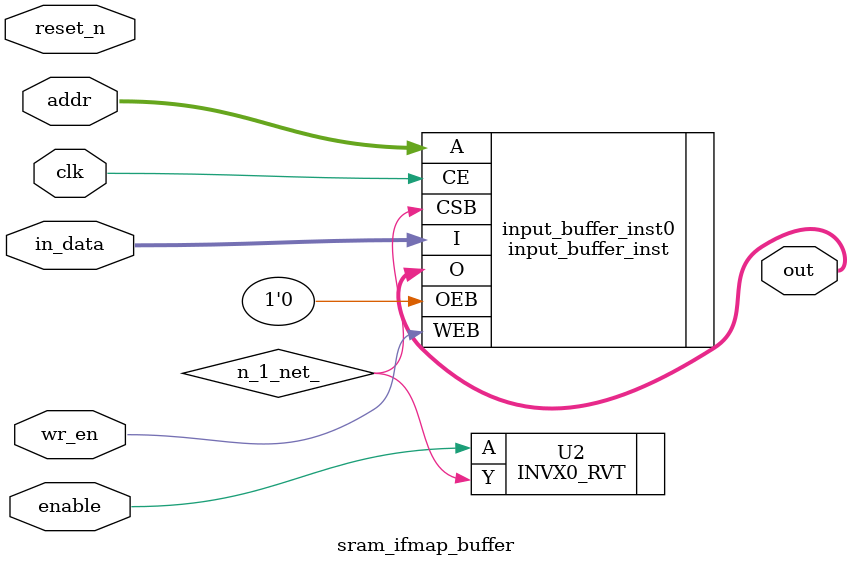
<source format=v>


module sram_ifmap_buffer ( clk, reset_n, enable, wr_en, in_data, addr, out );
  input [7:0] in_data;
  input [6:0] addr;
  output [7:0] out;
  input clk, reset_n, enable, wr_en;
  wire   n_1_net_;

  input_buffer_inst input_buffer_inst0 ( .CE(clk), .WEB(wr_en), .OEB(1'b0), 
        .CSB(n_1_net_), .A(addr), .I(in_data), .O(out) );
  INVX0_RVT U2 ( .A(enable), .Y(n_1_net_) );
endmodule


</source>
